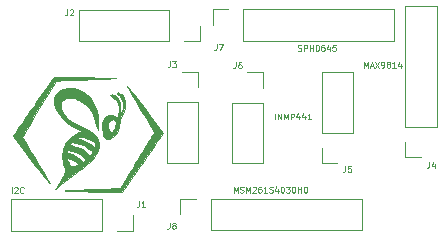
<source format=gto>
G04 #@! TF.GenerationSoftware,KiCad,Pcbnew,5.1.5+dfsg1-2build2*
G04 #@! TF.CreationDate,2023-02-26T20:32:14+01:00*
G04 #@! TF.ProjectId,EcoApi_BeeHiveSensor,45636f41-7069-45f4-9265-654869766553,rev?*
G04 #@! TF.SameCoordinates,Original*
G04 #@! TF.FileFunction,Legend,Top*
G04 #@! TF.FilePolarity,Positive*
%FSLAX46Y46*%
G04 Gerber Fmt 4.6, Leading zero omitted, Abs format (unit mm)*
G04 Created by KiCad (PCBNEW 5.1.5+dfsg1-2build2) date 2023-02-26 20:32:14*
%MOMM*%
%LPD*%
G04 APERTURE LIST*
%ADD10C,0.125000*%
%ADD11C,0.010000*%
%ADD12C,0.120000*%
%ADD13C,4.802000*%
%ADD14O,1.802000X1.802000*%
%ADD15R,1.802000X1.802000*%
G04 APERTURE END LIST*
D10*
X151891904Y-96196190D02*
X151891904Y-95696190D01*
X152106190Y-95743809D02*
X152130000Y-95720000D01*
X152177619Y-95696190D01*
X152296666Y-95696190D01*
X152344285Y-95720000D01*
X152368095Y-95743809D01*
X152391904Y-95791428D01*
X152391904Y-95839047D01*
X152368095Y-95910476D01*
X152082380Y-96196190D01*
X152391904Y-96196190D01*
X152891904Y-96148571D02*
X152868095Y-96172380D01*
X152796666Y-96196190D01*
X152749047Y-96196190D01*
X152677619Y-96172380D01*
X152630000Y-96124761D01*
X152606190Y-96077142D01*
X152582380Y-95981904D01*
X152582380Y-95910476D01*
X152606190Y-95815238D01*
X152630000Y-95767619D01*
X152677619Y-95720000D01*
X152749047Y-95696190D01*
X152796666Y-95696190D01*
X152868095Y-95720000D01*
X152891904Y-95743809D01*
X170684761Y-96156190D02*
X170684761Y-95656190D01*
X170851428Y-96013333D01*
X171018095Y-95656190D01*
X171018095Y-96156190D01*
X171232380Y-96132380D02*
X171303809Y-96156190D01*
X171422857Y-96156190D01*
X171470476Y-96132380D01*
X171494285Y-96108571D01*
X171518095Y-96060952D01*
X171518095Y-96013333D01*
X171494285Y-95965714D01*
X171470476Y-95941904D01*
X171422857Y-95918095D01*
X171327619Y-95894285D01*
X171280000Y-95870476D01*
X171256190Y-95846666D01*
X171232380Y-95799047D01*
X171232380Y-95751428D01*
X171256190Y-95703809D01*
X171280000Y-95680000D01*
X171327619Y-95656190D01*
X171446666Y-95656190D01*
X171518095Y-95680000D01*
X171732380Y-96156190D02*
X171732380Y-95656190D01*
X171899047Y-96013333D01*
X172065714Y-95656190D01*
X172065714Y-96156190D01*
X172280000Y-95703809D02*
X172303809Y-95680000D01*
X172351428Y-95656190D01*
X172470476Y-95656190D01*
X172518095Y-95680000D01*
X172541904Y-95703809D01*
X172565714Y-95751428D01*
X172565714Y-95799047D01*
X172541904Y-95870476D01*
X172256190Y-96156190D01*
X172565714Y-96156190D01*
X172994285Y-95656190D02*
X172899047Y-95656190D01*
X172851428Y-95680000D01*
X172827619Y-95703809D01*
X172780000Y-95775238D01*
X172756190Y-95870476D01*
X172756190Y-96060952D01*
X172780000Y-96108571D01*
X172803809Y-96132380D01*
X172851428Y-96156190D01*
X172946666Y-96156190D01*
X172994285Y-96132380D01*
X173018095Y-96108571D01*
X173041904Y-96060952D01*
X173041904Y-95941904D01*
X173018095Y-95894285D01*
X172994285Y-95870476D01*
X172946666Y-95846666D01*
X172851428Y-95846666D01*
X172803809Y-95870476D01*
X172780000Y-95894285D01*
X172756190Y-95941904D01*
X173518095Y-96156190D02*
X173232380Y-96156190D01*
X173375238Y-96156190D02*
X173375238Y-95656190D01*
X173327619Y-95727619D01*
X173280000Y-95775238D01*
X173232380Y-95799047D01*
X173708571Y-96132380D02*
X173780000Y-96156190D01*
X173899047Y-96156190D01*
X173946666Y-96132380D01*
X173970476Y-96108571D01*
X173994285Y-96060952D01*
X173994285Y-96013333D01*
X173970476Y-95965714D01*
X173946666Y-95941904D01*
X173899047Y-95918095D01*
X173803809Y-95894285D01*
X173756190Y-95870476D01*
X173732380Y-95846666D01*
X173708571Y-95799047D01*
X173708571Y-95751428D01*
X173732380Y-95703809D01*
X173756190Y-95680000D01*
X173803809Y-95656190D01*
X173922857Y-95656190D01*
X173994285Y-95680000D01*
X174422857Y-95822857D02*
X174422857Y-96156190D01*
X174303809Y-95632380D02*
X174184761Y-95989523D01*
X174494285Y-95989523D01*
X174780000Y-95656190D02*
X174827619Y-95656190D01*
X174875238Y-95680000D01*
X174899047Y-95703809D01*
X174922857Y-95751428D01*
X174946666Y-95846666D01*
X174946666Y-95965714D01*
X174922857Y-96060952D01*
X174899047Y-96108571D01*
X174875238Y-96132380D01*
X174827619Y-96156190D01*
X174780000Y-96156190D01*
X174732380Y-96132380D01*
X174708571Y-96108571D01*
X174684761Y-96060952D01*
X174660952Y-95965714D01*
X174660952Y-95846666D01*
X174684761Y-95751428D01*
X174708571Y-95703809D01*
X174732380Y-95680000D01*
X174780000Y-95656190D01*
X175113333Y-95656190D02*
X175422857Y-95656190D01*
X175256190Y-95846666D01*
X175327619Y-95846666D01*
X175375238Y-95870476D01*
X175399047Y-95894285D01*
X175422857Y-95941904D01*
X175422857Y-96060952D01*
X175399047Y-96108571D01*
X175375238Y-96132380D01*
X175327619Y-96156190D01*
X175184761Y-96156190D01*
X175137142Y-96132380D01*
X175113333Y-96108571D01*
X175732380Y-95656190D02*
X175780000Y-95656190D01*
X175827619Y-95680000D01*
X175851428Y-95703809D01*
X175875238Y-95751428D01*
X175899047Y-95846666D01*
X175899047Y-95965714D01*
X175875238Y-96060952D01*
X175851428Y-96108571D01*
X175827619Y-96132380D01*
X175780000Y-96156190D01*
X175732380Y-96156190D01*
X175684761Y-96132380D01*
X175660952Y-96108571D01*
X175637142Y-96060952D01*
X175613333Y-95965714D01*
X175613333Y-95846666D01*
X175637142Y-95751428D01*
X175660952Y-95703809D01*
X175684761Y-95680000D01*
X175732380Y-95656190D01*
X176113333Y-96156190D02*
X176113333Y-95656190D01*
X176113333Y-95894285D02*
X176399047Y-95894285D01*
X176399047Y-96156190D02*
X176399047Y-95656190D01*
X176732380Y-95656190D02*
X176780000Y-95656190D01*
X176827619Y-95680000D01*
X176851428Y-95703809D01*
X176875238Y-95751428D01*
X176899047Y-95846666D01*
X176899047Y-95965714D01*
X176875238Y-96060952D01*
X176851428Y-96108571D01*
X176827619Y-96132380D01*
X176780000Y-96156190D01*
X176732380Y-96156190D01*
X176684761Y-96132380D01*
X176660952Y-96108571D01*
X176637142Y-96060952D01*
X176613333Y-95965714D01*
X176613333Y-95846666D01*
X176637142Y-95751428D01*
X176660952Y-95703809D01*
X176684761Y-95680000D01*
X176732380Y-95656190D01*
X176112857Y-84132380D02*
X176184285Y-84156190D01*
X176303333Y-84156190D01*
X176350952Y-84132380D01*
X176374761Y-84108571D01*
X176398571Y-84060952D01*
X176398571Y-84013333D01*
X176374761Y-83965714D01*
X176350952Y-83941904D01*
X176303333Y-83918095D01*
X176208095Y-83894285D01*
X176160476Y-83870476D01*
X176136666Y-83846666D01*
X176112857Y-83799047D01*
X176112857Y-83751428D01*
X176136666Y-83703809D01*
X176160476Y-83680000D01*
X176208095Y-83656190D01*
X176327142Y-83656190D01*
X176398571Y-83680000D01*
X176612857Y-84156190D02*
X176612857Y-83656190D01*
X176803333Y-83656190D01*
X176850952Y-83680000D01*
X176874761Y-83703809D01*
X176898571Y-83751428D01*
X176898571Y-83822857D01*
X176874761Y-83870476D01*
X176850952Y-83894285D01*
X176803333Y-83918095D01*
X176612857Y-83918095D01*
X177112857Y-84156190D02*
X177112857Y-83656190D01*
X177112857Y-83894285D02*
X177398571Y-83894285D01*
X177398571Y-84156190D02*
X177398571Y-83656190D01*
X177731904Y-83656190D02*
X177779523Y-83656190D01*
X177827142Y-83680000D01*
X177850952Y-83703809D01*
X177874761Y-83751428D01*
X177898571Y-83846666D01*
X177898571Y-83965714D01*
X177874761Y-84060952D01*
X177850952Y-84108571D01*
X177827142Y-84132380D01*
X177779523Y-84156190D01*
X177731904Y-84156190D01*
X177684285Y-84132380D01*
X177660476Y-84108571D01*
X177636666Y-84060952D01*
X177612857Y-83965714D01*
X177612857Y-83846666D01*
X177636666Y-83751428D01*
X177660476Y-83703809D01*
X177684285Y-83680000D01*
X177731904Y-83656190D01*
X178327142Y-83656190D02*
X178231904Y-83656190D01*
X178184285Y-83680000D01*
X178160476Y-83703809D01*
X178112857Y-83775238D01*
X178089047Y-83870476D01*
X178089047Y-84060952D01*
X178112857Y-84108571D01*
X178136666Y-84132380D01*
X178184285Y-84156190D01*
X178279523Y-84156190D01*
X178327142Y-84132380D01*
X178350952Y-84108571D01*
X178374761Y-84060952D01*
X178374761Y-83941904D01*
X178350952Y-83894285D01*
X178327142Y-83870476D01*
X178279523Y-83846666D01*
X178184285Y-83846666D01*
X178136666Y-83870476D01*
X178112857Y-83894285D01*
X178089047Y-83941904D01*
X178803333Y-83822857D02*
X178803333Y-84156190D01*
X178684285Y-83632380D02*
X178565238Y-83989523D01*
X178874761Y-83989523D01*
X179303333Y-83656190D02*
X179065238Y-83656190D01*
X179041428Y-83894285D01*
X179065238Y-83870476D01*
X179112857Y-83846666D01*
X179231904Y-83846666D01*
X179279523Y-83870476D01*
X179303333Y-83894285D01*
X179327142Y-83941904D01*
X179327142Y-84060952D01*
X179303333Y-84108571D01*
X179279523Y-84132380D01*
X179231904Y-84156190D01*
X179112857Y-84156190D01*
X179065238Y-84132380D01*
X179041428Y-84108571D01*
X181708571Y-85586190D02*
X181708571Y-85086190D01*
X181875238Y-85443333D01*
X182041904Y-85086190D01*
X182041904Y-85586190D01*
X182256190Y-85443333D02*
X182494285Y-85443333D01*
X182208571Y-85586190D02*
X182375238Y-85086190D01*
X182541904Y-85586190D01*
X182660952Y-85086190D02*
X182994285Y-85586190D01*
X182994285Y-85086190D02*
X182660952Y-85586190D01*
X183208571Y-85586190D02*
X183303809Y-85586190D01*
X183351428Y-85562380D01*
X183375238Y-85538571D01*
X183422857Y-85467142D01*
X183446666Y-85371904D01*
X183446666Y-85181428D01*
X183422857Y-85133809D01*
X183399047Y-85110000D01*
X183351428Y-85086190D01*
X183256190Y-85086190D01*
X183208571Y-85110000D01*
X183184761Y-85133809D01*
X183160952Y-85181428D01*
X183160952Y-85300476D01*
X183184761Y-85348095D01*
X183208571Y-85371904D01*
X183256190Y-85395714D01*
X183351428Y-85395714D01*
X183399047Y-85371904D01*
X183422857Y-85348095D01*
X183446666Y-85300476D01*
X183732380Y-85300476D02*
X183684761Y-85276666D01*
X183660952Y-85252857D01*
X183637142Y-85205238D01*
X183637142Y-85181428D01*
X183660952Y-85133809D01*
X183684761Y-85110000D01*
X183732380Y-85086190D01*
X183827619Y-85086190D01*
X183875238Y-85110000D01*
X183899047Y-85133809D01*
X183922857Y-85181428D01*
X183922857Y-85205238D01*
X183899047Y-85252857D01*
X183875238Y-85276666D01*
X183827619Y-85300476D01*
X183732380Y-85300476D01*
X183684761Y-85324285D01*
X183660952Y-85348095D01*
X183637142Y-85395714D01*
X183637142Y-85490952D01*
X183660952Y-85538571D01*
X183684761Y-85562380D01*
X183732380Y-85586190D01*
X183827619Y-85586190D01*
X183875238Y-85562380D01*
X183899047Y-85538571D01*
X183922857Y-85490952D01*
X183922857Y-85395714D01*
X183899047Y-85348095D01*
X183875238Y-85324285D01*
X183827619Y-85300476D01*
X184399047Y-85586190D02*
X184113333Y-85586190D01*
X184256190Y-85586190D02*
X184256190Y-85086190D01*
X184208571Y-85157619D01*
X184160952Y-85205238D01*
X184113333Y-85229047D01*
X184827619Y-85252857D02*
X184827619Y-85586190D01*
X184708571Y-85062380D02*
X184589523Y-85419523D01*
X184899047Y-85419523D01*
X174178095Y-89966190D02*
X174178095Y-89466190D01*
X174416190Y-89966190D02*
X174416190Y-89466190D01*
X174701904Y-89966190D01*
X174701904Y-89466190D01*
X174940000Y-89966190D02*
X174940000Y-89466190D01*
X175106666Y-89823333D01*
X175273333Y-89466190D01*
X175273333Y-89966190D01*
X175511428Y-89966190D02*
X175511428Y-89466190D01*
X175701904Y-89466190D01*
X175749523Y-89490000D01*
X175773333Y-89513809D01*
X175797142Y-89561428D01*
X175797142Y-89632857D01*
X175773333Y-89680476D01*
X175749523Y-89704285D01*
X175701904Y-89728095D01*
X175511428Y-89728095D01*
X176225714Y-89632857D02*
X176225714Y-89966190D01*
X176106666Y-89442380D02*
X175987619Y-89799523D01*
X176297142Y-89799523D01*
X176701904Y-89632857D02*
X176701904Y-89966190D01*
X176582857Y-89442380D02*
X176463809Y-89799523D01*
X176773333Y-89799523D01*
X177225714Y-89966190D02*
X176940000Y-89966190D01*
X177082857Y-89966190D02*
X177082857Y-89466190D01*
X177035238Y-89537619D01*
X176987619Y-89585238D01*
X176940000Y-89609047D01*
D11*
G36*
X160899818Y-87688781D02*
G01*
X161107462Y-87771332D01*
X161275634Y-87923242D01*
X161398422Y-88136134D01*
X161469916Y-88401634D01*
X161482359Y-88513947D01*
X161483858Y-88733376D01*
X161454192Y-88961966D01*
X161389401Y-89215973D01*
X161285521Y-89511656D01*
X161171621Y-89789112D01*
X161075760Y-90024917D01*
X161014248Y-90211738D01*
X160980038Y-90374445D01*
X160967259Y-90510452D01*
X160911842Y-90827731D01*
X160782704Y-91109438D01*
X160585833Y-91346332D01*
X160327216Y-91529172D01*
X160297135Y-91544653D01*
X160155256Y-91612715D01*
X160060984Y-91643639D01*
X159986641Y-91639021D01*
X159904546Y-91600456D01*
X159853976Y-91570181D01*
X159741853Y-91457170D01*
X159653048Y-91280447D01*
X159589468Y-91058214D01*
X159553019Y-90808672D01*
X159545605Y-90550022D01*
X159561963Y-90376513D01*
X160054343Y-90376513D01*
X160072698Y-90623163D01*
X160122201Y-90822837D01*
X160198574Y-90960371D01*
X160226657Y-90987710D01*
X160304076Y-91036863D01*
X160369178Y-91027478D01*
X160407964Y-91004177D01*
X160477673Y-90932891D01*
X160557163Y-90816362D01*
X160597365Y-90743042D01*
X160673716Y-90541013D01*
X160704124Y-90346075D01*
X160688314Y-90178003D01*
X160626011Y-90056573D01*
X160607147Y-90038973D01*
X160468621Y-89969140D01*
X160325135Y-89982401D01*
X160183581Y-90069597D01*
X160100175Y-90153510D01*
X160062585Y-90243166D01*
X160054343Y-90376513D01*
X159561963Y-90376513D01*
X159569133Y-90300467D01*
X159625507Y-90078207D01*
X159684407Y-89950529D01*
X159693849Y-89938834D01*
X160942333Y-89938834D01*
X160963500Y-89960000D01*
X160984666Y-89938834D01*
X160963500Y-89917667D01*
X160942333Y-89938834D01*
X159693849Y-89938834D01*
X159810656Y-89794165D01*
X159976344Y-89669207D01*
X160153969Y-89593453D01*
X160258558Y-89579000D01*
X160419890Y-89610442D01*
X160591767Y-89692442D01*
X160735735Y-89806506D01*
X160739077Y-89810076D01*
X160844288Y-89923541D01*
X160893310Y-89626699D01*
X160940779Y-89227995D01*
X160939242Y-88893845D01*
X160887220Y-88618736D01*
X160783235Y-88397153D01*
X160625809Y-88223582D01*
X160492817Y-88133157D01*
X160340976Y-88042433D01*
X160256931Y-87976582D01*
X160231427Y-87925386D01*
X160255208Y-87878626D01*
X160258863Y-87874870D01*
X160336775Y-87851426D01*
X160456179Y-87874545D01*
X160594228Y-87935757D01*
X160728074Y-88026589D01*
X160770473Y-88064562D01*
X160944174Y-88291974D01*
X161053435Y-88573318D01*
X161097993Y-88907298D01*
X161077583Y-89292618D01*
X161053079Y-89450345D01*
X161025542Y-89613562D01*
X161007574Y-89741622D01*
X161001837Y-89814478D01*
X161003521Y-89823633D01*
X161029237Y-89801776D01*
X161070151Y-89715684D01*
X161120493Y-89583147D01*
X161174493Y-89421958D01*
X161226379Y-89249911D01*
X161270380Y-89084797D01*
X161300726Y-88944409D01*
X161310066Y-88878513D01*
X161312493Y-88589174D01*
X161255365Y-88345797D01*
X161131151Y-88131339D01*
X160932323Y-87928757D01*
X160866927Y-87875498D01*
X160797344Y-87798079D01*
X160773000Y-87732623D01*
X160791302Y-87686476D01*
X160860040Y-87681897D01*
X160899818Y-87688781D01*
G37*
X160899818Y-87688781D02*
X161107462Y-87771332D01*
X161275634Y-87923242D01*
X161398422Y-88136134D01*
X161469916Y-88401634D01*
X161482359Y-88513947D01*
X161483858Y-88733376D01*
X161454192Y-88961966D01*
X161389401Y-89215973D01*
X161285521Y-89511656D01*
X161171621Y-89789112D01*
X161075760Y-90024917D01*
X161014248Y-90211738D01*
X160980038Y-90374445D01*
X160967259Y-90510452D01*
X160911842Y-90827731D01*
X160782704Y-91109438D01*
X160585833Y-91346332D01*
X160327216Y-91529172D01*
X160297135Y-91544653D01*
X160155256Y-91612715D01*
X160060984Y-91643639D01*
X159986641Y-91639021D01*
X159904546Y-91600456D01*
X159853976Y-91570181D01*
X159741853Y-91457170D01*
X159653048Y-91280447D01*
X159589468Y-91058214D01*
X159553019Y-90808672D01*
X159545605Y-90550022D01*
X159561963Y-90376513D01*
X160054343Y-90376513D01*
X160072698Y-90623163D01*
X160122201Y-90822837D01*
X160198574Y-90960371D01*
X160226657Y-90987710D01*
X160304076Y-91036863D01*
X160369178Y-91027478D01*
X160407964Y-91004177D01*
X160477673Y-90932891D01*
X160557163Y-90816362D01*
X160597365Y-90743042D01*
X160673716Y-90541013D01*
X160704124Y-90346075D01*
X160688314Y-90178003D01*
X160626011Y-90056573D01*
X160607147Y-90038973D01*
X160468621Y-89969140D01*
X160325135Y-89982401D01*
X160183581Y-90069597D01*
X160100175Y-90153510D01*
X160062585Y-90243166D01*
X160054343Y-90376513D01*
X159561963Y-90376513D01*
X159569133Y-90300467D01*
X159625507Y-90078207D01*
X159684407Y-89950529D01*
X159693849Y-89938834D01*
X160942333Y-89938834D01*
X160963500Y-89960000D01*
X160984666Y-89938834D01*
X160963500Y-89917667D01*
X160942333Y-89938834D01*
X159693849Y-89938834D01*
X159810656Y-89794165D01*
X159976344Y-89669207D01*
X160153969Y-89593453D01*
X160258558Y-89579000D01*
X160419890Y-89610442D01*
X160591767Y-89692442D01*
X160735735Y-89806506D01*
X160739077Y-89810076D01*
X160844288Y-89923541D01*
X160893310Y-89626699D01*
X160940779Y-89227995D01*
X160939242Y-88893845D01*
X160887220Y-88618736D01*
X160783235Y-88397153D01*
X160625809Y-88223582D01*
X160492817Y-88133157D01*
X160340976Y-88042433D01*
X160256931Y-87976582D01*
X160231427Y-87925386D01*
X160255208Y-87878626D01*
X160258863Y-87874870D01*
X160336775Y-87851426D01*
X160456179Y-87874545D01*
X160594228Y-87935757D01*
X160728074Y-88026589D01*
X160770473Y-88064562D01*
X160944174Y-88291974D01*
X161053435Y-88573318D01*
X161097993Y-88907298D01*
X161077583Y-89292618D01*
X161053079Y-89450345D01*
X161025542Y-89613562D01*
X161007574Y-89741622D01*
X161001837Y-89814478D01*
X161003521Y-89823633D01*
X161029237Y-89801776D01*
X161070151Y-89715684D01*
X161120493Y-89583147D01*
X161174493Y-89421958D01*
X161226379Y-89249911D01*
X161270380Y-89084797D01*
X161300726Y-88944409D01*
X161310066Y-88878513D01*
X161312493Y-88589174D01*
X161255365Y-88345797D01*
X161131151Y-88131339D01*
X160932323Y-87928757D01*
X160866927Y-87875498D01*
X160797344Y-87798079D01*
X160773000Y-87732623D01*
X160791302Y-87686476D01*
X160860040Y-87681897D01*
X160899818Y-87688781D01*
G36*
X156081254Y-86334577D02*
G01*
X156342286Y-86339015D01*
X156665288Y-86346371D01*
X157056629Y-86356676D01*
X157522679Y-86369960D01*
X157815862Y-86378627D01*
X158260579Y-86391716D01*
X158688668Y-86403970D01*
X159090986Y-86415150D01*
X159458390Y-86425019D01*
X159781736Y-86433337D01*
X160051882Y-86439866D01*
X160259684Y-86444368D01*
X160396001Y-86446605D01*
X160430805Y-86446810D01*
X160577604Y-86449493D01*
X160680824Y-86457026D01*
X160721720Y-86467895D01*
X160720883Y-86470227D01*
X160674806Y-86476764D01*
X160553017Y-86485586D01*
X160364429Y-86496268D01*
X160117954Y-86508384D01*
X159822505Y-86521509D01*
X159486992Y-86535216D01*
X159120329Y-86549079D01*
X158925245Y-86556036D01*
X158509491Y-86570672D01*
X158089164Y-86585666D01*
X157678758Y-86600488D01*
X157292764Y-86614607D01*
X156945677Y-86627492D01*
X156651989Y-86638612D01*
X156426193Y-86647438D01*
X156398381Y-86648559D01*
X155643262Y-86679167D01*
X154207631Y-89025786D01*
X153960002Y-89430988D01*
X153725891Y-89814920D01*
X153508980Y-90171490D01*
X153312948Y-90494608D01*
X153141476Y-90778184D01*
X152998244Y-91016127D01*
X152886932Y-91202346D01*
X152811221Y-91330752D01*
X152774790Y-91395253D01*
X152772000Y-91401640D01*
X152792902Y-91440896D01*
X152852392Y-91544704D01*
X152945647Y-91704926D01*
X153067841Y-91913424D01*
X153214150Y-92162060D01*
X153379750Y-92442698D01*
X153559817Y-92747198D01*
X153749525Y-93067424D01*
X153944050Y-93395238D01*
X154138569Y-93722501D01*
X154328257Y-94041076D01*
X154508289Y-94342826D01*
X154673841Y-94619612D01*
X154820088Y-94863297D01*
X154942206Y-95065743D01*
X155023084Y-95198750D01*
X155072658Y-95286250D01*
X155091797Y-95333587D01*
X155090064Y-95336334D01*
X155058718Y-95305582D01*
X154981408Y-95219854D01*
X154866700Y-95088942D01*
X154723162Y-94922634D01*
X154559361Y-94730724D01*
X154534424Y-94701337D01*
X154382892Y-94517618D01*
X154191658Y-94277816D01*
X153970453Y-93994582D01*
X153729012Y-93680569D01*
X153477068Y-93348427D01*
X153224355Y-93010808D01*
X153000113Y-92707012D01*
X152004269Y-91347683D01*
X152171024Y-91108925D01*
X152224301Y-91032222D01*
X152321016Y-90892532D01*
X152456535Y-90696563D01*
X152626223Y-90451023D01*
X152825448Y-90162620D01*
X153049574Y-89838063D01*
X153293968Y-89484061D01*
X153553997Y-89107322D01*
X153825025Y-88714555D01*
X153871175Y-88647667D01*
X154139511Y-88259083D01*
X154394618Y-87890321D01*
X154632279Y-87547431D01*
X154848279Y-87236464D01*
X155038401Y-86963472D01*
X155198430Y-86734506D01*
X155324149Y-86555618D01*
X155411343Y-86432859D01*
X155455796Y-86372279D01*
X155459730Y-86367567D01*
X155482704Y-86355121D01*
X155529430Y-86345414D01*
X155606279Y-86338476D01*
X155719620Y-86334338D01*
X155875821Y-86333028D01*
X156081254Y-86334577D01*
G37*
X156081254Y-86334577D02*
X156342286Y-86339015D01*
X156665288Y-86346371D01*
X157056629Y-86356676D01*
X157522679Y-86369960D01*
X157815862Y-86378627D01*
X158260579Y-86391716D01*
X158688668Y-86403970D01*
X159090986Y-86415150D01*
X159458390Y-86425019D01*
X159781736Y-86433337D01*
X160051882Y-86439866D01*
X160259684Y-86444368D01*
X160396001Y-86446605D01*
X160430805Y-86446810D01*
X160577604Y-86449493D01*
X160680824Y-86457026D01*
X160721720Y-86467895D01*
X160720883Y-86470227D01*
X160674806Y-86476764D01*
X160553017Y-86485586D01*
X160364429Y-86496268D01*
X160117954Y-86508384D01*
X159822505Y-86521509D01*
X159486992Y-86535216D01*
X159120329Y-86549079D01*
X158925245Y-86556036D01*
X158509491Y-86570672D01*
X158089164Y-86585666D01*
X157678758Y-86600488D01*
X157292764Y-86614607D01*
X156945677Y-86627492D01*
X156651989Y-86638612D01*
X156426193Y-86647438D01*
X156398381Y-86648559D01*
X155643262Y-86679167D01*
X154207631Y-89025786D01*
X153960002Y-89430988D01*
X153725891Y-89814920D01*
X153508980Y-90171490D01*
X153312948Y-90494608D01*
X153141476Y-90778184D01*
X152998244Y-91016127D01*
X152886932Y-91202346D01*
X152811221Y-91330752D01*
X152774790Y-91395253D01*
X152772000Y-91401640D01*
X152792902Y-91440896D01*
X152852392Y-91544704D01*
X152945647Y-91704926D01*
X153067841Y-91913424D01*
X153214150Y-92162060D01*
X153379750Y-92442698D01*
X153559817Y-92747198D01*
X153749525Y-93067424D01*
X153944050Y-93395238D01*
X154138569Y-93722501D01*
X154328257Y-94041076D01*
X154508289Y-94342826D01*
X154673841Y-94619612D01*
X154820088Y-94863297D01*
X154942206Y-95065743D01*
X155023084Y-95198750D01*
X155072658Y-95286250D01*
X155091797Y-95333587D01*
X155090064Y-95336334D01*
X155058718Y-95305582D01*
X154981408Y-95219854D01*
X154866700Y-95088942D01*
X154723162Y-94922634D01*
X154559361Y-94730724D01*
X154534424Y-94701337D01*
X154382892Y-94517618D01*
X154191658Y-94277816D01*
X153970453Y-93994582D01*
X153729012Y-93680569D01*
X153477068Y-93348427D01*
X153224355Y-93010808D01*
X153000113Y-92707012D01*
X152004269Y-91347683D01*
X152171024Y-91108925D01*
X152224301Y-91032222D01*
X152321016Y-90892532D01*
X152456535Y-90696563D01*
X152626223Y-90451023D01*
X152825448Y-90162620D01*
X153049574Y-89838063D01*
X153293968Y-89484061D01*
X153553997Y-89107322D01*
X153825025Y-88714555D01*
X153871175Y-88647667D01*
X154139511Y-88259083D01*
X154394618Y-87890321D01*
X154632279Y-87547431D01*
X154848279Y-87236464D01*
X155038401Y-86963472D01*
X155198430Y-86734506D01*
X155324149Y-86555618D01*
X155411343Y-86432859D01*
X155455796Y-86372279D01*
X155459730Y-86367567D01*
X155482704Y-86355121D01*
X155529430Y-86345414D01*
X155606279Y-86338476D01*
X155719620Y-86334338D01*
X155875821Y-86333028D01*
X156081254Y-86334577D01*
G36*
X157057548Y-87314418D02*
G01*
X157453664Y-87403328D01*
X157827148Y-87566779D01*
X158171655Y-87800000D01*
X158480841Y-88098222D01*
X158748362Y-88456673D01*
X158967872Y-88870585D01*
X159068028Y-89126458D01*
X159124527Y-89343405D01*
X159168298Y-89615989D01*
X159197110Y-89915832D01*
X159208728Y-90214555D01*
X159200922Y-90483781D01*
X159185652Y-90621496D01*
X159153449Y-90827834D01*
X159054041Y-90437834D01*
X158957659Y-90081154D01*
X158866525Y-89792515D01*
X158774841Y-89556019D01*
X158676809Y-89355763D01*
X158629941Y-89274657D01*
X158443124Y-89021746D01*
X158196510Y-88769368D01*
X157912706Y-88537500D01*
X157614317Y-88346123D01*
X157528370Y-88301093D01*
X157347491Y-88215150D01*
X157209931Y-88162678D01*
X157085268Y-88135547D01*
X156943080Y-88125628D01*
X156867942Y-88124626D01*
X156622871Y-88138184D01*
X156452131Y-88181959D01*
X156428292Y-88193430D01*
X156231369Y-88340009D01*
X156102524Y-88529201D01*
X156043199Y-88751387D01*
X156054839Y-88996947D01*
X156138886Y-89256262D01*
X156241252Y-89440325D01*
X156365367Y-89609730D01*
X156511318Y-89767059D01*
X156688766Y-89919108D01*
X156907372Y-90072668D01*
X157176796Y-90234534D01*
X157506699Y-90411498D01*
X157901631Y-90607881D01*
X158157060Y-90733473D01*
X158352034Y-90835413D01*
X158503457Y-90924457D01*
X158628235Y-91011360D01*
X158743271Y-91106879D01*
X158863668Y-91220015D01*
X159002503Y-91365423D01*
X159123839Y-91510743D01*
X159209342Y-91633227D01*
X159232348Y-91677410D01*
X159296240Y-91937362D01*
X159282698Y-92227020D01*
X159192369Y-92543352D01*
X159025901Y-92883327D01*
X158947696Y-93010555D01*
X158818134Y-93194428D01*
X158667603Y-93373457D01*
X158485959Y-93557153D01*
X158263062Y-93755025D01*
X157988770Y-93976583D01*
X157652940Y-94231339D01*
X157619166Y-94256357D01*
X157348050Y-94459925D01*
X157041083Y-94695421D01*
X156727239Y-94940314D01*
X156435493Y-95172071D01*
X156285666Y-95293355D01*
X156082008Y-95459136D01*
X155898415Y-95607427D01*
X155745804Y-95729502D01*
X155635095Y-95816634D01*
X155577207Y-95860099D01*
X155573676Y-95862359D01*
X155569790Y-95848207D01*
X155609857Y-95781033D01*
X155685540Y-95674405D01*
X155705727Y-95647545D01*
X155978610Y-95265397D01*
X156182325Y-94929307D01*
X156317643Y-94637616D01*
X156385333Y-94388661D01*
X156386167Y-94180781D01*
X156386035Y-94180017D01*
X156360380Y-94068720D01*
X156316973Y-93913599D01*
X156272207Y-93770000D01*
X156189593Y-93395025D01*
X156186127Y-93289145D01*
X156589413Y-93289145D01*
X156594533Y-93389683D01*
X156635167Y-93525880D01*
X156698612Y-93663796D01*
X156767130Y-93764046D01*
X156908685Y-93876943D01*
X157074254Y-93920673D01*
X157275431Y-93896791D01*
X157416697Y-93851170D01*
X157489248Y-93815113D01*
X157491661Y-93769072D01*
X157460686Y-93717490D01*
X157374173Y-93620827D01*
X157248545Y-93521444D01*
X157100181Y-93427393D01*
X156945456Y-93346727D01*
X156800749Y-93287496D01*
X156682435Y-93257752D01*
X156606892Y-93265545D01*
X156589413Y-93289145D01*
X156186127Y-93289145D01*
X156176796Y-93004167D01*
X156219917Y-92686779D01*
X156582000Y-92686779D01*
X156595175Y-92755335D01*
X156649802Y-92794103D01*
X156753975Y-92817947D01*
X156964500Y-92878957D01*
X157201682Y-92987951D01*
X157436699Y-93128955D01*
X157640731Y-93285995D01*
X157699948Y-93342259D01*
X157907731Y-93553677D01*
X158025689Y-93460755D01*
X158105032Y-93389315D01*
X158144972Y-93335941D01*
X158145991Y-93331210D01*
X158116183Y-93277002D01*
X158034584Y-93190850D01*
X157919244Y-93088667D01*
X157788215Y-92986366D01*
X157659548Y-92899859D01*
X157650633Y-92894532D01*
X157468632Y-92801300D01*
X157256667Y-92714552D01*
X157042211Y-92643616D01*
X156852733Y-92597822D01*
X156740750Y-92585560D01*
X156635905Y-92591805D01*
X156591061Y-92622431D01*
X156582000Y-92686779D01*
X156219917Y-92686779D01*
X156229879Y-92613456D01*
X156344906Y-92238924D01*
X156416224Y-92097834D01*
X156751200Y-92097834D01*
X156888850Y-92131770D01*
X157326533Y-92258702D01*
X157692253Y-92407784D01*
X157997060Y-92584504D01*
X158252002Y-92794353D01*
X158281347Y-92823628D01*
X158380605Y-92920826D01*
X158456218Y-92987630D01*
X158487852Y-93008000D01*
X158527255Y-92977310D01*
X158591787Y-92901595D01*
X158606038Y-92882714D01*
X158667264Y-92789423D01*
X158697867Y-92722262D01*
X158698666Y-92715707D01*
X158664875Y-92659831D01*
X158574521Y-92573563D01*
X158444137Y-92469242D01*
X158290252Y-92359207D01*
X158129399Y-92255794D01*
X157978109Y-92171343D01*
X157952471Y-92158774D01*
X157773685Y-92083991D01*
X157555349Y-92007617D01*
X157340927Y-91944694D01*
X157314612Y-91938040D01*
X156951361Y-91848364D01*
X156851281Y-91973099D01*
X156751200Y-92097834D01*
X156416224Y-92097834D01*
X156517944Y-91896603D01*
X156745055Y-91602523D01*
X156813200Y-91535828D01*
X157365166Y-91535828D01*
X157640333Y-91629925D01*
X158089047Y-91816011D01*
X158510466Y-92053525D01*
X158656333Y-92153812D01*
X158777172Y-92234564D01*
X158872052Y-92284562D01*
X158920827Y-92293232D01*
X158921239Y-92292869D01*
X158944581Y-92233954D01*
X158961514Y-92127221D01*
X158963572Y-92100985D01*
X158964039Y-92010986D01*
X158941438Y-91944738D01*
X158880610Y-91880219D01*
X158766395Y-91795410D01*
X158741000Y-91777683D01*
X158580768Y-91682369D01*
X158380861Y-91585759D01*
X158183465Y-91508165D01*
X158176033Y-91505683D01*
X158010440Y-91452336D01*
X157896922Y-91424135D01*
X157807346Y-91419114D01*
X157713577Y-91435307D01*
X157604533Y-91465754D01*
X157365166Y-91535828D01*
X156813200Y-91535828D01*
X156823022Y-91526215D01*
X157072255Y-91332623D01*
X157347905Y-91176165D01*
X157624042Y-91069879D01*
X157805782Y-91032069D01*
X158033983Y-91005042D01*
X157831567Y-90925532D01*
X157307778Y-90688401D01*
X156844321Y-90409083D01*
X156422406Y-90075525D01*
X156243333Y-89906739D01*
X155938244Y-89565078D01*
X155709115Y-89221149D01*
X155558272Y-88879452D01*
X155488041Y-88544485D01*
X155482951Y-88436000D01*
X155502033Y-88165230D01*
X155567812Y-87945960D01*
X155688589Y-87754230D01*
X155739518Y-87695530D01*
X155974149Y-87503123D01*
X156264991Y-87373736D01*
X156611407Y-87307642D01*
X156645146Y-87304819D01*
X157057548Y-87314418D01*
G37*
X157057548Y-87314418D02*
X157453664Y-87403328D01*
X157827148Y-87566779D01*
X158171655Y-87800000D01*
X158480841Y-88098222D01*
X158748362Y-88456673D01*
X158967872Y-88870585D01*
X159068028Y-89126458D01*
X159124527Y-89343405D01*
X159168298Y-89615989D01*
X159197110Y-89915832D01*
X159208728Y-90214555D01*
X159200922Y-90483781D01*
X159185652Y-90621496D01*
X159153449Y-90827834D01*
X159054041Y-90437834D01*
X158957659Y-90081154D01*
X158866525Y-89792515D01*
X158774841Y-89556019D01*
X158676809Y-89355763D01*
X158629941Y-89274657D01*
X158443124Y-89021746D01*
X158196510Y-88769368D01*
X157912706Y-88537500D01*
X157614317Y-88346123D01*
X157528370Y-88301093D01*
X157347491Y-88215150D01*
X157209931Y-88162678D01*
X157085268Y-88135547D01*
X156943080Y-88125628D01*
X156867942Y-88124626D01*
X156622871Y-88138184D01*
X156452131Y-88181959D01*
X156428292Y-88193430D01*
X156231369Y-88340009D01*
X156102524Y-88529201D01*
X156043199Y-88751387D01*
X156054839Y-88996947D01*
X156138886Y-89256262D01*
X156241252Y-89440325D01*
X156365367Y-89609730D01*
X156511318Y-89767059D01*
X156688766Y-89919108D01*
X156907372Y-90072668D01*
X157176796Y-90234534D01*
X157506699Y-90411498D01*
X157901631Y-90607881D01*
X158157060Y-90733473D01*
X158352034Y-90835413D01*
X158503457Y-90924457D01*
X158628235Y-91011360D01*
X158743271Y-91106879D01*
X158863668Y-91220015D01*
X159002503Y-91365423D01*
X159123839Y-91510743D01*
X159209342Y-91633227D01*
X159232348Y-91677410D01*
X159296240Y-91937362D01*
X159282698Y-92227020D01*
X159192369Y-92543352D01*
X159025901Y-92883327D01*
X158947696Y-93010555D01*
X158818134Y-93194428D01*
X158667603Y-93373457D01*
X158485959Y-93557153D01*
X158263062Y-93755025D01*
X157988770Y-93976583D01*
X157652940Y-94231339D01*
X157619166Y-94256357D01*
X157348050Y-94459925D01*
X157041083Y-94695421D01*
X156727239Y-94940314D01*
X156435493Y-95172071D01*
X156285666Y-95293355D01*
X156082008Y-95459136D01*
X155898415Y-95607427D01*
X155745804Y-95729502D01*
X155635095Y-95816634D01*
X155577207Y-95860099D01*
X155573676Y-95862359D01*
X155569790Y-95848207D01*
X155609857Y-95781033D01*
X155685540Y-95674405D01*
X155705727Y-95647545D01*
X155978610Y-95265397D01*
X156182325Y-94929307D01*
X156317643Y-94637616D01*
X156385333Y-94388661D01*
X156386167Y-94180781D01*
X156386035Y-94180017D01*
X156360380Y-94068720D01*
X156316973Y-93913599D01*
X156272207Y-93770000D01*
X156189593Y-93395025D01*
X156186127Y-93289145D01*
X156589413Y-93289145D01*
X156594533Y-93389683D01*
X156635167Y-93525880D01*
X156698612Y-93663796D01*
X156767130Y-93764046D01*
X156908685Y-93876943D01*
X157074254Y-93920673D01*
X157275431Y-93896791D01*
X157416697Y-93851170D01*
X157489248Y-93815113D01*
X157491661Y-93769072D01*
X157460686Y-93717490D01*
X157374173Y-93620827D01*
X157248545Y-93521444D01*
X157100181Y-93427393D01*
X156945456Y-93346727D01*
X156800749Y-93287496D01*
X156682435Y-93257752D01*
X156606892Y-93265545D01*
X156589413Y-93289145D01*
X156186127Y-93289145D01*
X156176796Y-93004167D01*
X156219917Y-92686779D01*
X156582000Y-92686779D01*
X156595175Y-92755335D01*
X156649802Y-92794103D01*
X156753975Y-92817947D01*
X156964500Y-92878957D01*
X157201682Y-92987951D01*
X157436699Y-93128955D01*
X157640731Y-93285995D01*
X157699948Y-93342259D01*
X157907731Y-93553677D01*
X158025689Y-93460755D01*
X158105032Y-93389315D01*
X158144972Y-93335941D01*
X158145991Y-93331210D01*
X158116183Y-93277002D01*
X158034584Y-93190850D01*
X157919244Y-93088667D01*
X157788215Y-92986366D01*
X157659548Y-92899859D01*
X157650633Y-92894532D01*
X157468632Y-92801300D01*
X157256667Y-92714552D01*
X157042211Y-92643616D01*
X156852733Y-92597822D01*
X156740750Y-92585560D01*
X156635905Y-92591805D01*
X156591061Y-92622431D01*
X156582000Y-92686779D01*
X156219917Y-92686779D01*
X156229879Y-92613456D01*
X156344906Y-92238924D01*
X156416224Y-92097834D01*
X156751200Y-92097834D01*
X156888850Y-92131770D01*
X157326533Y-92258702D01*
X157692253Y-92407784D01*
X157997060Y-92584504D01*
X158252002Y-92794353D01*
X158281347Y-92823628D01*
X158380605Y-92920826D01*
X158456218Y-92987630D01*
X158487852Y-93008000D01*
X158527255Y-92977310D01*
X158591787Y-92901595D01*
X158606038Y-92882714D01*
X158667264Y-92789423D01*
X158697867Y-92722262D01*
X158698666Y-92715707D01*
X158664875Y-92659831D01*
X158574521Y-92573563D01*
X158444137Y-92469242D01*
X158290252Y-92359207D01*
X158129399Y-92255794D01*
X157978109Y-92171343D01*
X157952471Y-92158774D01*
X157773685Y-92083991D01*
X157555349Y-92007617D01*
X157340927Y-91944694D01*
X157314612Y-91938040D01*
X156951361Y-91848364D01*
X156851281Y-91973099D01*
X156751200Y-92097834D01*
X156416224Y-92097834D01*
X156517944Y-91896603D01*
X156745055Y-91602523D01*
X156813200Y-91535828D01*
X157365166Y-91535828D01*
X157640333Y-91629925D01*
X158089047Y-91816011D01*
X158510466Y-92053525D01*
X158656333Y-92153812D01*
X158777172Y-92234564D01*
X158872052Y-92284562D01*
X158920827Y-92293232D01*
X158921239Y-92292869D01*
X158944581Y-92233954D01*
X158961514Y-92127221D01*
X158963572Y-92100985D01*
X158964039Y-92010986D01*
X158941438Y-91944738D01*
X158880610Y-91880219D01*
X158766395Y-91795410D01*
X158741000Y-91777683D01*
X158580768Y-91682369D01*
X158380861Y-91585759D01*
X158183465Y-91508165D01*
X158176033Y-91505683D01*
X158010440Y-91452336D01*
X157896922Y-91424135D01*
X157807346Y-91419114D01*
X157713577Y-91435307D01*
X157604533Y-91465754D01*
X157365166Y-91535828D01*
X156813200Y-91535828D01*
X156823022Y-91526215D01*
X157072255Y-91332623D01*
X157347905Y-91176165D01*
X157624042Y-91069879D01*
X157805782Y-91032069D01*
X158033983Y-91005042D01*
X157831567Y-90925532D01*
X157307778Y-90688401D01*
X156844321Y-90409083D01*
X156422406Y-90075525D01*
X156243333Y-89906739D01*
X155938244Y-89565078D01*
X155709115Y-89221149D01*
X155558272Y-88879452D01*
X155488041Y-88544485D01*
X155482951Y-88436000D01*
X155502033Y-88165230D01*
X155567812Y-87945960D01*
X155688589Y-87754230D01*
X155739518Y-87695530D01*
X155974149Y-87503123D01*
X156264991Y-87373736D01*
X156611407Y-87307642D01*
X156645146Y-87304819D01*
X157057548Y-87314418D01*
G36*
X161640810Y-87133035D02*
G01*
X161656650Y-87149734D01*
X161676566Y-87171399D01*
X161691755Y-87187167D01*
X161834610Y-87339869D01*
X162020100Y-87554430D01*
X162242299Y-87823353D01*
X162495280Y-88139143D01*
X162773114Y-88494302D01*
X163069876Y-88881334D01*
X163379637Y-89292744D01*
X163696471Y-89721036D01*
X163711727Y-89741851D01*
X164714132Y-91110134D01*
X164520653Y-91392317D01*
X164462482Y-91476877D01*
X164360904Y-91624217D01*
X164220660Y-91827470D01*
X164046490Y-92079773D01*
X163843135Y-92374260D01*
X163615335Y-92704067D01*
X163367832Y-93062328D01*
X163105365Y-93442179D01*
X162832675Y-93836755D01*
X162791035Y-93897000D01*
X161254896Y-96119500D01*
X160749364Y-96124218D01*
X160605082Y-96123761D01*
X160386867Y-96120629D01*
X160105403Y-96115082D01*
X159771374Y-96107381D01*
X159395463Y-96097787D01*
X158988353Y-96086560D01*
X158560728Y-96073961D01*
X158123272Y-96060252D01*
X158106000Y-96059693D01*
X157653252Y-96044848D01*
X157266447Y-96031551D01*
X156946896Y-96019510D01*
X156695910Y-96008432D01*
X156514802Y-95998023D01*
X156404881Y-95987990D01*
X156367459Y-95978041D01*
X156403847Y-95967882D01*
X156515357Y-95957220D01*
X156703300Y-95945762D01*
X156968986Y-95933215D01*
X157313728Y-95919286D01*
X157738836Y-95903681D01*
X158245622Y-95886107D01*
X158835396Y-95866272D01*
X158995000Y-95860957D01*
X159403976Y-95846832D01*
X159786967Y-95832593D01*
X160135691Y-95818622D01*
X160441867Y-95805296D01*
X160697213Y-95792996D01*
X160893449Y-95782101D01*
X161022293Y-95772990D01*
X161075464Y-95766043D01*
X161076207Y-95765586D01*
X161103541Y-95724747D01*
X161170275Y-95619017D01*
X161271845Y-95455863D01*
X161403687Y-95242752D01*
X161561237Y-94987152D01*
X161739933Y-94696529D01*
X161935209Y-94378351D01*
X162142502Y-94040084D01*
X162357250Y-93689196D01*
X162574887Y-93333153D01*
X162790850Y-92979423D01*
X163000576Y-92635472D01*
X163199500Y-92308769D01*
X163383060Y-92006779D01*
X163546690Y-91736970D01*
X163685829Y-91506809D01*
X163795911Y-91323763D01*
X163872373Y-91195299D01*
X163910652Y-91128884D01*
X163913608Y-91123098D01*
X163916407Y-91092683D01*
X163902965Y-91040703D01*
X163870144Y-90961448D01*
X163814808Y-90849208D01*
X163733820Y-90698273D01*
X163624043Y-90502935D01*
X163482340Y-90257483D01*
X163305575Y-89956208D01*
X163090610Y-89593400D01*
X162866994Y-89218098D01*
X162598563Y-88768469D01*
X162370417Y-88386381D01*
X162179539Y-88066619D01*
X162022911Y-87803969D01*
X161897517Y-87593215D01*
X161800338Y-87429144D01*
X161728357Y-87306541D01*
X161678557Y-87220191D01*
X161647919Y-87164880D01*
X161633427Y-87135393D01*
X161632064Y-87126517D01*
X161640810Y-87133035D01*
G37*
X161640810Y-87133035D02*
X161656650Y-87149734D01*
X161676566Y-87171399D01*
X161691755Y-87187167D01*
X161834610Y-87339869D01*
X162020100Y-87554430D01*
X162242299Y-87823353D01*
X162495280Y-88139143D01*
X162773114Y-88494302D01*
X163069876Y-88881334D01*
X163379637Y-89292744D01*
X163696471Y-89721036D01*
X163711727Y-89741851D01*
X164714132Y-91110134D01*
X164520653Y-91392317D01*
X164462482Y-91476877D01*
X164360904Y-91624217D01*
X164220660Y-91827470D01*
X164046490Y-92079773D01*
X163843135Y-92374260D01*
X163615335Y-92704067D01*
X163367832Y-93062328D01*
X163105365Y-93442179D01*
X162832675Y-93836755D01*
X162791035Y-93897000D01*
X161254896Y-96119500D01*
X160749364Y-96124218D01*
X160605082Y-96123761D01*
X160386867Y-96120629D01*
X160105403Y-96115082D01*
X159771374Y-96107381D01*
X159395463Y-96097787D01*
X158988353Y-96086560D01*
X158560728Y-96073961D01*
X158123272Y-96060252D01*
X158106000Y-96059693D01*
X157653252Y-96044848D01*
X157266447Y-96031551D01*
X156946896Y-96019510D01*
X156695910Y-96008432D01*
X156514802Y-95998023D01*
X156404881Y-95987990D01*
X156367459Y-95978041D01*
X156403847Y-95967882D01*
X156515357Y-95957220D01*
X156703300Y-95945762D01*
X156968986Y-95933215D01*
X157313728Y-95919286D01*
X157738836Y-95903681D01*
X158245622Y-95886107D01*
X158835396Y-95866272D01*
X158995000Y-95860957D01*
X159403976Y-95846832D01*
X159786967Y-95832593D01*
X160135691Y-95818622D01*
X160441867Y-95805296D01*
X160697213Y-95792996D01*
X160893449Y-95782101D01*
X161022293Y-95772990D01*
X161075464Y-95766043D01*
X161076207Y-95765586D01*
X161103541Y-95724747D01*
X161170275Y-95619017D01*
X161271845Y-95455863D01*
X161403687Y-95242752D01*
X161561237Y-94987152D01*
X161739933Y-94696529D01*
X161935209Y-94378351D01*
X162142502Y-94040084D01*
X162357250Y-93689196D01*
X162574887Y-93333153D01*
X162790850Y-92979423D01*
X163000576Y-92635472D01*
X163199500Y-92308769D01*
X163383060Y-92006779D01*
X163546690Y-91736970D01*
X163685829Y-91506809D01*
X163795911Y-91323763D01*
X163872373Y-91195299D01*
X163910652Y-91128884D01*
X163913608Y-91123098D01*
X163916407Y-91092683D01*
X163902965Y-91040703D01*
X163870144Y-90961448D01*
X163814808Y-90849208D01*
X163733820Y-90698273D01*
X163624043Y-90502935D01*
X163482340Y-90257483D01*
X163305575Y-89956208D01*
X163090610Y-89593400D01*
X162866994Y-89218098D01*
X162598563Y-88768469D01*
X162370417Y-88386381D01*
X162179539Y-88066619D01*
X162022911Y-87803969D01*
X161897517Y-87593215D01*
X161800338Y-87429144D01*
X161728357Y-87306541D01*
X161678557Y-87220191D01*
X161647919Y-87164880D01*
X161633427Y-87135393D01*
X161632064Y-87126517D01*
X161640810Y-87133035D01*
D12*
X166160000Y-98000000D02*
X166160000Y-96670000D01*
X166160000Y-96670000D02*
X167490000Y-96670000D01*
X168760000Y-96670000D02*
X181520000Y-96670000D01*
X181520000Y-99330000D02*
X181520000Y-96670000D01*
X168760000Y-99330000D02*
X181520000Y-99330000D01*
X168760000Y-99330000D02*
X168760000Y-96670000D01*
X168890000Y-81970000D02*
X168890000Y-80640000D01*
X168890000Y-80640000D02*
X170220000Y-80640000D01*
X171490000Y-80640000D02*
X184250000Y-80640000D01*
X184250000Y-83300000D02*
X184250000Y-80640000D01*
X171490000Y-83300000D02*
X184250000Y-83300000D01*
X171490000Y-83300000D02*
X171490000Y-80640000D01*
X171840000Y-85940000D02*
X173170000Y-85940000D01*
X173170000Y-85940000D02*
X173170000Y-87270000D01*
X173170000Y-88540000D02*
X173170000Y-93680000D01*
X170510000Y-93680000D02*
X173170000Y-93680000D01*
X170510000Y-88540000D02*
X170510000Y-93680000D01*
X170510000Y-88540000D02*
X173170000Y-88540000D01*
X179470000Y-93680000D02*
X178140000Y-93680000D01*
X178140000Y-93680000D02*
X178140000Y-92350000D01*
X178140000Y-91080000D02*
X178140000Y-85940000D01*
X180800000Y-85940000D02*
X178140000Y-85940000D01*
X180800000Y-91080000D02*
X180800000Y-85940000D01*
X180800000Y-91080000D02*
X178140000Y-91080000D01*
X186530000Y-93180000D02*
X185200000Y-93180000D01*
X185200000Y-93180000D02*
X185200000Y-91850000D01*
X185200000Y-90580000D02*
X185200000Y-80360000D01*
X187860000Y-80360000D02*
X185200000Y-80360000D01*
X187860000Y-90580000D02*
X187860000Y-80360000D01*
X187860000Y-90580000D02*
X185200000Y-90580000D01*
X166340000Y-85930000D02*
X167670000Y-85930000D01*
X167670000Y-85930000D02*
X167670000Y-87260000D01*
X167670000Y-88530000D02*
X167670000Y-93670000D01*
X165010000Y-93670000D02*
X167670000Y-93670000D01*
X165010000Y-88530000D02*
X165010000Y-93670000D01*
X165010000Y-88530000D02*
X167670000Y-88530000D01*
X167840000Y-82020000D02*
X167840000Y-83350000D01*
X167840000Y-83350000D02*
X166510000Y-83350000D01*
X165240000Y-83350000D02*
X157560000Y-83350000D01*
X157560000Y-80690000D02*
X157560000Y-83350000D01*
X165240000Y-80690000D02*
X157560000Y-80690000D01*
X165240000Y-80690000D02*
X165240000Y-83350000D01*
X162140000Y-98050000D02*
X162140000Y-99380000D01*
X162140000Y-99380000D02*
X160810000Y-99380000D01*
X159540000Y-99380000D02*
X151860000Y-99380000D01*
X151860000Y-96720000D02*
X151860000Y-99380000D01*
X159540000Y-96720000D02*
X151860000Y-96720000D01*
X159540000Y-96720000D02*
X159540000Y-99380000D01*
D10*
X165263333Y-98716190D02*
X165263333Y-99073333D01*
X165239523Y-99144761D01*
X165191904Y-99192380D01*
X165120476Y-99216190D01*
X165072857Y-99216190D01*
X165572857Y-98930476D02*
X165525238Y-98906666D01*
X165501428Y-98882857D01*
X165477619Y-98835238D01*
X165477619Y-98811428D01*
X165501428Y-98763809D01*
X165525238Y-98740000D01*
X165572857Y-98716190D01*
X165668095Y-98716190D01*
X165715714Y-98740000D01*
X165739523Y-98763809D01*
X165763333Y-98811428D01*
X165763333Y-98835238D01*
X165739523Y-98882857D01*
X165715714Y-98906666D01*
X165668095Y-98930476D01*
X165572857Y-98930476D01*
X165525238Y-98954285D01*
X165501428Y-98978095D01*
X165477619Y-99025714D01*
X165477619Y-99120952D01*
X165501428Y-99168571D01*
X165525238Y-99192380D01*
X165572857Y-99216190D01*
X165668095Y-99216190D01*
X165715714Y-99192380D01*
X165739523Y-99168571D01*
X165763333Y-99120952D01*
X165763333Y-99025714D01*
X165739523Y-98978095D01*
X165715714Y-98954285D01*
X165668095Y-98930476D01*
X169233333Y-83586190D02*
X169233333Y-83943333D01*
X169209523Y-84014761D01*
X169161904Y-84062380D01*
X169090476Y-84086190D01*
X169042857Y-84086190D01*
X169423809Y-83586190D02*
X169757142Y-83586190D01*
X169542857Y-84086190D01*
X170853333Y-85116190D02*
X170853333Y-85473333D01*
X170829523Y-85544761D01*
X170781904Y-85592380D01*
X170710476Y-85616190D01*
X170662857Y-85616190D01*
X171305714Y-85116190D02*
X171210476Y-85116190D01*
X171162857Y-85140000D01*
X171139047Y-85163809D01*
X171091428Y-85235238D01*
X171067619Y-85330476D01*
X171067619Y-85520952D01*
X171091428Y-85568571D01*
X171115238Y-85592380D01*
X171162857Y-85616190D01*
X171258095Y-85616190D01*
X171305714Y-85592380D01*
X171329523Y-85568571D01*
X171353333Y-85520952D01*
X171353333Y-85401904D01*
X171329523Y-85354285D01*
X171305714Y-85330476D01*
X171258095Y-85306666D01*
X171162857Y-85306666D01*
X171115238Y-85330476D01*
X171091428Y-85354285D01*
X171067619Y-85401904D01*
X180123333Y-93906190D02*
X180123333Y-94263333D01*
X180099523Y-94334761D01*
X180051904Y-94382380D01*
X179980476Y-94406190D01*
X179932857Y-94406190D01*
X180599523Y-93906190D02*
X180361428Y-93906190D01*
X180337619Y-94144285D01*
X180361428Y-94120476D01*
X180409047Y-94096666D01*
X180528095Y-94096666D01*
X180575714Y-94120476D01*
X180599523Y-94144285D01*
X180623333Y-94191904D01*
X180623333Y-94310952D01*
X180599523Y-94358571D01*
X180575714Y-94382380D01*
X180528095Y-94406190D01*
X180409047Y-94406190D01*
X180361428Y-94382380D01*
X180337619Y-94358571D01*
X187243333Y-93556190D02*
X187243333Y-93913333D01*
X187219523Y-93984761D01*
X187171904Y-94032380D01*
X187100476Y-94056190D01*
X187052857Y-94056190D01*
X187695714Y-93722857D02*
X187695714Y-94056190D01*
X187576666Y-93532380D02*
X187457619Y-93889523D01*
X187767142Y-93889523D01*
X165303333Y-85036190D02*
X165303333Y-85393333D01*
X165279523Y-85464761D01*
X165231904Y-85512380D01*
X165160476Y-85536190D01*
X165112857Y-85536190D01*
X165493809Y-85036190D02*
X165803333Y-85036190D01*
X165636666Y-85226666D01*
X165708095Y-85226666D01*
X165755714Y-85250476D01*
X165779523Y-85274285D01*
X165803333Y-85321904D01*
X165803333Y-85440952D01*
X165779523Y-85488571D01*
X165755714Y-85512380D01*
X165708095Y-85536190D01*
X165565238Y-85536190D01*
X165517619Y-85512380D01*
X165493809Y-85488571D01*
X156603333Y-80656190D02*
X156603333Y-81013333D01*
X156579523Y-81084761D01*
X156531904Y-81132380D01*
X156460476Y-81156190D01*
X156412857Y-81156190D01*
X156817619Y-80703809D02*
X156841428Y-80680000D01*
X156889047Y-80656190D01*
X157008095Y-80656190D01*
X157055714Y-80680000D01*
X157079523Y-80703809D01*
X157103333Y-80751428D01*
X157103333Y-80799047D01*
X157079523Y-80870476D01*
X156793809Y-81156190D01*
X157103333Y-81156190D01*
X162683333Y-96876190D02*
X162683333Y-97233333D01*
X162659523Y-97304761D01*
X162611904Y-97352380D01*
X162540476Y-97376190D01*
X162492857Y-97376190D01*
X163183333Y-97376190D02*
X162897619Y-97376190D01*
X163040476Y-97376190D02*
X163040476Y-96876190D01*
X162992857Y-96947619D01*
X162945238Y-96995238D01*
X162897619Y-97019047D01*
%LPC*%
D13*
X184610000Y-96310000D03*
X154100000Y-83820000D03*
D14*
X180190000Y-98000000D03*
X177650000Y-98000000D03*
X175110000Y-98000000D03*
X172570000Y-98000000D03*
X170030000Y-98000000D03*
D15*
X167490000Y-98000000D03*
D14*
X182920000Y-81970000D03*
X180380000Y-81970000D03*
X177840000Y-81970000D03*
X175300000Y-81970000D03*
X172760000Y-81970000D03*
D15*
X170220000Y-81970000D03*
D14*
X171840000Y-92350000D03*
X171840000Y-89810000D03*
D15*
X171840000Y-87270000D03*
D14*
X179470000Y-87270000D03*
X179470000Y-89810000D03*
D15*
X179470000Y-92350000D03*
D14*
X186530000Y-81690000D03*
X186530000Y-84230000D03*
X186530000Y-86770000D03*
X186530000Y-89310000D03*
D15*
X186530000Y-91850000D03*
D14*
X166340000Y-92340000D03*
X166340000Y-89800000D03*
D15*
X166340000Y-87260000D03*
D14*
X158890000Y-82020000D03*
X161430000Y-82020000D03*
X163970000Y-82020000D03*
D15*
X166510000Y-82020000D03*
D14*
X153190000Y-98050000D03*
X155730000Y-98050000D03*
X158270000Y-98050000D03*
D15*
X160810000Y-98050000D03*
M02*

</source>
